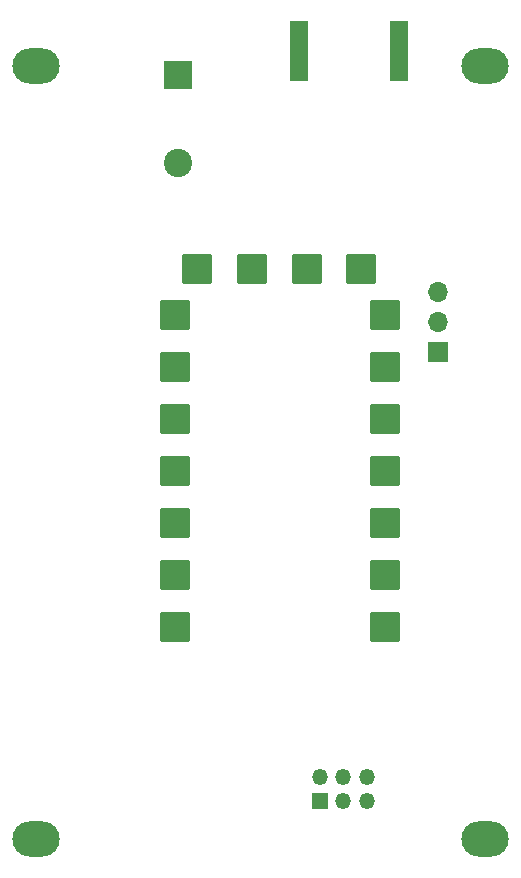
<source format=gbr>
%TF.GenerationSoftware,KiCad,Pcbnew,8.0.7*%
%TF.CreationDate,2025-01-11T16:41:09-06:00*%
%TF.ProjectId,ptSolar,7074536f-6c61-4722-9e6b-696361645f70,rev?*%
%TF.SameCoordinates,Original*%
%TF.FileFunction,Soldermask,Bot*%
%TF.FilePolarity,Negative*%
%FSLAX46Y46*%
G04 Gerber Fmt 4.6, Leading zero omitted, Abs format (unit mm)*
G04 Created by KiCad (PCBNEW 8.0.7) date 2025-01-11 16:41:09*
%MOMM*%
%LPD*%
G01*
G04 APERTURE LIST*
G04 Aperture macros list*
%AMRoundRect*
0 Rectangle with rounded corners*
0 $1 Rounding radius*
0 $2 $3 $4 $5 $6 $7 $8 $9 X,Y pos of 4 corners*
0 Add a 4 corners polygon primitive as box body*
4,1,4,$2,$3,$4,$5,$6,$7,$8,$9,$2,$3,0*
0 Add four circle primitives for the rounded corners*
1,1,$1+$1,$2,$3*
1,1,$1+$1,$4,$5*
1,1,$1+$1,$6,$7*
1,1,$1+$1,$8,$9*
0 Add four rect primitives between the rounded corners*
20,1,$1+$1,$2,$3,$4,$5,0*
20,1,$1+$1,$4,$5,$6,$7,0*
20,1,$1+$1,$6,$7,$8,$9,0*
20,1,$1+$1,$8,$9,$2,$3,0*%
G04 Aperture macros list end*
%ADD10O,4.000000X3.000000*%
%ADD11R,1.500000X5.080000*%
%ADD12R,1.350000X1.350000*%
%ADD13O,1.350000X1.350000*%
%ADD14R,1.700000X1.700000*%
%ADD15O,1.700000X1.700000*%
%ADD16R,2.400000X2.400000*%
%ADD17C,2.400000*%
%ADD18RoundRect,0.125000X-1.125000X-1.125000X1.125000X-1.125000X1.125000X1.125000X-1.125000X1.125000X0*%
G04 APERTURE END LIST*
D10*
%TO.C,J1*%
X129250000Y-72000000D03*
X129250000Y-137500000D03*
%TD*%
%TO.C,J2*%
X167250000Y-72000000D03*
X167250000Y-137500000D03*
%TD*%
D11*
%TO.C,ANT2*%
X151500000Y-70750000D03*
X160000000Y-70750000D03*
%TD*%
D12*
%TO.C,J4*%
X153265000Y-134250000D03*
D13*
X153265000Y-132250000D03*
X155265000Y-134250000D03*
X155265000Y-132250000D03*
X157265000Y-134250000D03*
X157265000Y-132250000D03*
%TD*%
D14*
%TO.C,J3*%
X163250000Y-96275000D03*
D15*
X163250000Y-93735000D03*
X163250000Y-91195000D03*
%TD*%
D16*
%TO.C,C1*%
X141250000Y-72750000D03*
D17*
X141250000Y-80250000D03*
%TD*%
D18*
%TO.C,U2*%
X158800000Y-119500000D03*
X158800000Y-115100000D03*
X158800000Y-110700000D03*
X158800000Y-106300000D03*
X158800000Y-101900000D03*
X158800000Y-97500000D03*
X158800000Y-93100000D03*
X156800000Y-89200000D03*
X152166666Y-89200000D03*
X147533333Y-89200000D03*
X142900000Y-89200000D03*
X141000000Y-93100000D03*
X141000000Y-97500000D03*
X141000000Y-101900000D03*
X141000000Y-106300000D03*
X141000000Y-110700000D03*
X141000000Y-115100000D03*
X141000000Y-119500000D03*
%TD*%
M02*

</source>
